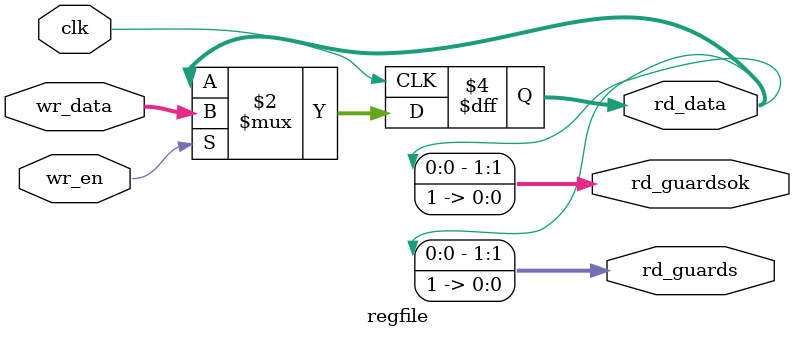
<source format=v>

module t (/*AUTOARG*/
   // Inputs
   clk
   );

   input clk;
   integer cyc; initial cyc=1;

   reg [31:0]  wr_data;
   reg         wr_en;
   wire [31:0] rd_data;
   wire [1:0]  rd_guards;
   wire [1:0]  rd_guardsok;

   regfile regfile (/*AUTOINST*/
                    // Outputs
                    .rd_data            (rd_data[31:0]),
                    .rd_guards          (rd_guards[1:0]),
                    .rd_guardsok        (rd_guardsok[1:0]),
                    // Inputs
                    .wr_data            (wr_data[31:0]),
                    .wr_en              (wr_en),
                    .clk                (clk));

   initial wr_en = 0;

   always @ (posedge clk) begin
      if (cyc!=0) begin
         cyc <= cyc + 1;
         if (cyc==1) begin
            if (!rd_guards[0]) $stop;
            if (!rd_guardsok[0]) $stop;
            wr_en <= 1'b1;
            wr_data <= 32'hfeedf;
         end
         if (cyc==2) begin
            wr_en <= 0;
         end
         if (cyc==3) begin
            wr_en <= 0;
            if (rd_data != 32'hfeedf) $stop;
            if (rd_guards != 2'b11) $stop;
            if (rd_guardsok != 2'b11) $stop;
         end
         if (cyc==4) begin
            $write("*-* All Finished *-*\n");
            $finish;
         end
      end
   end

endmodule

module regfile (
                input [31:0]            wr_data,
                input                   wr_en,
                output reg [31:0]       rd_data,
                output [1:0]            rd_guards /*verilator public*/,
                output [1:0]            rd_guardsok /*verilator public*/,
                input                   clk
                );

   always @(posedge clk) begin
      if (wr_en)
        begin
           rd_data <= wr_data;
        end
   end

   // this initial statement will induce correct initialize behavior
   // initial rd_guards= { 2'b11 };

   assign rd_guards= {
                      rd_data[0],
                      1'b1
                      };

   assign rd_guardsok[0] = 1'b1;
   assign rd_guardsok[1] = rd_data[0];

endmodule // regfile

</source>
